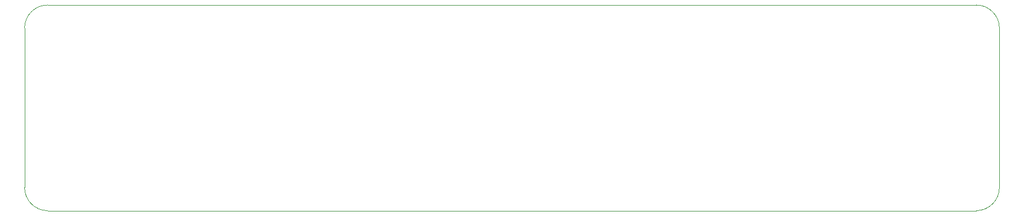
<source format=gbr>
%TF.GenerationSoftware,KiCad,Pcbnew,5.1.8*%
%TF.CreationDate,2020-11-22T08:43:44-05:00*%
%TF.ProjectId,on_air_sign,6f6e5f61-6972-45f7-9369-676e2e6b6963,rev?*%
%TF.SameCoordinates,PXb864970PY2cdc600*%
%TF.FileFunction,Profile,NP*%
%FSLAX46Y46*%
G04 Gerber Fmt 4.6, Leading zero omitted, Abs format (unit mm)*
G04 Created by KiCad (PCBNEW 5.1.8) date 2020-11-22 08:43:44*
%MOMM*%
%LPD*%
G01*
G04 APERTURE LIST*
%TA.AperFunction,Profile*%
%ADD10C,0.050000*%
%TD*%
G04 APERTURE END LIST*
D10*
X-3500000Y0D02*
G75*
G02*
X0Y-3500000I0J-3500000D01*
G01*
X13Y-27460001D02*
G75*
G02*
X-3490001Y-30959999I-3500013J1D01*
G01*
X-143200000Y-30960000D02*
G75*
G02*
X-146700000Y-27460000I0J3500000D01*
G01*
X-146700000Y-3490000D02*
G75*
G02*
X-143210000Y0I3490000J0D01*
G01*
X-146700000Y-27460000D02*
X-146700000Y-3490000D01*
X-3490001Y-30959999D02*
X-143200000Y-30960000D01*
X0Y-3500000D02*
X13Y-27460001D01*
X-143210000Y0D02*
X-3500000Y0D01*
M02*

</source>
